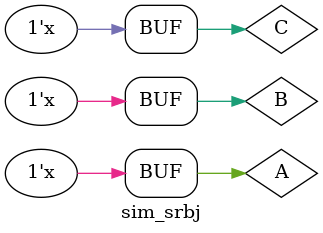
<source format=v>
`timescale 1ns / 1ps


module sim_srbj(

    );
    reg A,B,C;
    wire f;
    srbj f1(A,B,C,f);
    initial
        begin
         A = 0; B = 0; C = 0;
        end
    always #10 {A,B,C} = {A,B,C} + 1;
    
endmodule

</source>
